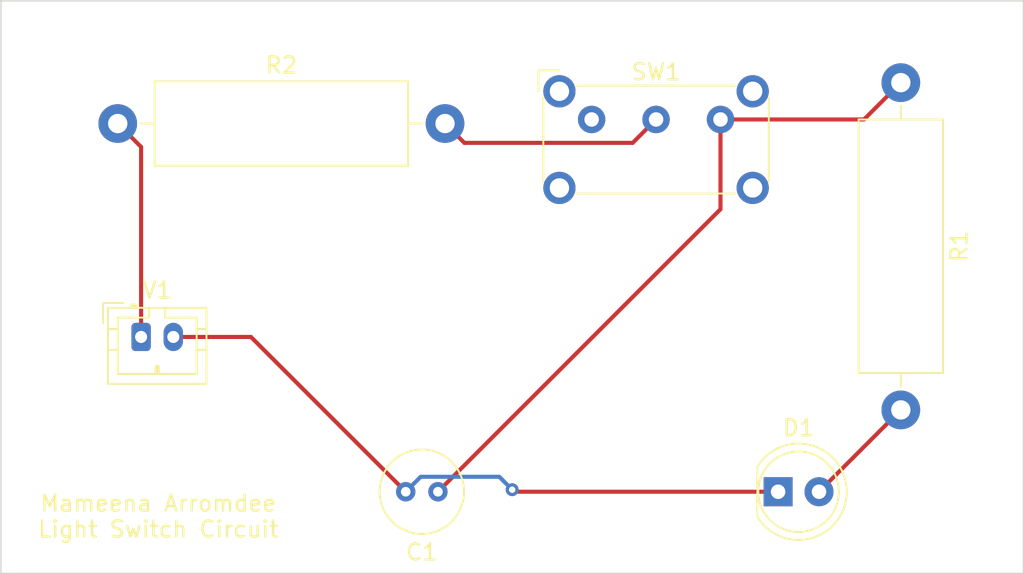
<source format=kicad_pcb>
(kicad_pcb (version 20211014) (generator pcbnew)
  (layers (0 "F.Cu" signal) (31 "B.Cu" signal) (34 "B.Paste" user) (35 "F.Paste" user) (36 "B.SilkS" user "B.Silkscreen") (37 "F.SilkS" user "F.Silkscreen") (38 "B.Mask" user) (39 "F.Mask" user) (44 "Edge.Cuts" user))
  (net 0 "")
  (net 1 "Net-(C1-Pad1)")
  (net 2 "Net-(C1-Pad2)")
  (net 3 "Net-(D1-Pad2)")
  (net 4 "Net-(R2-Pad1)")
  (net 5 "Net-(R2-Pad2)")
  (footprint "Capacitor_THT:C_Radial_D5.0mm_H5.0mm_P2.00mm" (layer "F.Cu") (at 128.74 101.6 180)
    (fp_text reference "C1" (at 1 -3.75) (layer "F.SilkS"))
    (fp_text value "4.7 µF")
    (fp_circle (center 1 0) (end 3.62 0) (layer "F.SilkS") (width 0.12) (fill none))
    (pad "1" thru_hole circle (at 0 0 180) (size 1.2 1.2) (drill 0.6) (layers *.Cu *.Mask) (net 1 "Net-(C1-Pad1)"))
    (pad "2" thru_hole circle (at 2 0 180) (size 1.2 1.2) (drill 0.6) (layers *.Cu *.Mask) (net 2 "Net-(C1-Pad2)"))
  )
  (footprint "LED_THT:LED_D5.0mm" (layer "F.Cu") (at 149.86 101.6)
    (fp_text reference "D1" (at 1.27 -3.96) (layer "F.SilkS"))
    (fp_text value "LED")
    (fp_line (start -1.29 -1.545) (end -1.29 1.545) (layer "F.SilkS") (width 0.12))
    (fp_arc (start -1.29 -1.54483) (mid 2.072002 -2.880433) (end 4.26 0.000462) (layer "F.SilkS") (width 0.12))
    (fp_arc (start 4.26 -0.000462) (mid 2.072002 2.880433) (end -1.29 1.54483) (layer "F.SilkS") (width 0.12))
    (fp_circle (center 1.27 0) (end 3.77 0) (layer "F.SilkS") (width 0.12) (fill none))
    (pad "1" thru_hole rect (at 0 0) (size 1.8 1.8) (drill 0.9) (layers *.Cu *.Mask) (net 2 "Net-(C1-Pad2)"))
    (pad "2" thru_hole circle (at 2.54 0) (size 1.8 1.8) (drill 0.9) (layers *.Cu *.Mask) (net 3 "Net-(D1-Pad2)"))
  )
  (footprint "Resistor_THT:R_Axial_DIN0516_L15.5mm_D5.0mm_P20.32mm_Horizontal" (layer "F.Cu") (at 108.86 78.74)
    (fp_text reference "R2" (at 10.16 -3.62) (layer "F.SilkS"))
    (fp_text value "2.2 kΩ")
    (fp_line (start 1.44 0) (end 2.29 0) (layer "F.SilkS") (width 0.12))
    (fp_line (start 2.29 -2.62) (end 2.29 2.62) (layer "F.SilkS") (width 0.12))
    (fp_line (start 18.88 0) (end 18.03 0) (layer "F.SilkS") (width 0.12))
    (fp_line (start 18.03 2.62) (end 18.03 -2.62) (layer "F.SilkS") (width 0.12))
    (fp_line (start 2.29 2.62) (end 18.03 2.62) (layer "F.SilkS") (width 0.12))
    (fp_line (start 18.03 -2.62) (end 2.29 -2.62) (layer "F.SilkS") (width 0.12))
    (pad "1" thru_hole circle (at 0 0) (size 2.4 2.4) (drill 1.2) (layers *.Cu *.Mask) (net 4 "Net-(R2-Pad1)"))
    (pad "2" thru_hole oval (at 20.32 0) (size 2.4 2.4) (drill 1.2) (layers *.Cu *.Mask) (net 5 "Net-(R2-Pad2)"))
  )
  (footprint "Button_Switch_THT:SW_E-Switch_EG1224_SPDT_Angled" (layer "F.Cu") (at 138.2825 78.4875)
    (fp_text reference "SW1" (at 4 -2.95) (layer "F.SilkS"))
    (fp_text value "SW_SPDT")
    (fp_line (start 11 -1.35) (end 11 3.85) (layer "F.SilkS") (width 0.12))
    (fp_line (start 8.95 4.6) (end -0.95 4.6) (layer "F.SilkS") (width 0.12))
    (fp_line (start -3.3 -1.75) (end -3.3 -3.05) (layer "F.SilkS") (width 0.12))
    (fp_line (start -3.3 -3.05) (end -2 -3.05) (layer "F.SilkS") (width 0.12))
    (fp_line (start -0.95 -2.1) (end 8.95 -2.1) (layer "F.SilkS") (width 0.12))
    (fp_line (start -3 3.85) (end -3 -1.35) (layer "F.SilkS") (width 0.12))
    (pad "" thru_hole circle (at 10 4.25) (size 2 2) (drill 1.2) (layers *.Cu *.Mask))
    (pad "" thru_hole circle (at 10 -1.75) (size 2 2) (drill 1.2) (layers *.Cu *.Mask))
    (pad "" thru_hole circle (at -2 4.25) (size 2 2) (drill 1.2) (layers *.Cu *.Mask))
    (pad "" thru_hole circle (at -2 -1.75) (size 2 2) (drill 1.2) (layers *.Cu *.Mask))
    (pad "1" thru_hole circle (at 0 0) (size 1.7 1.7) (drill 0.9) (layers *.Cu *.Mask))
    (pad "2" thru_hole circle (at 4 0) (size 1.7 1.7) (drill 0.9) (layers *.Cu *.Mask) (net 5 "Net-(R2-Pad2)"))
    (pad "3" thru_hole circle (at 8 0) (size 1.7 1.7) (drill 0.9) (layers *.Cu *.Mask) (net 1 "Net-(C1-Pad1)"))
  )
  (footprint "Resistor_THT:R_Axial_DIN0516_L15.5mm_D5.0mm_P20.32mm_Horizontal" (layer "F.Cu") (at 157.48 76.2 -90)
    (fp_text reference "R1" (at 10.16 -3.62 90) (layer "F.SilkS"))
    (fp_text value "20 kΩ")
    (fp_line (start 2.29 -2.62) (end 2.29 2.62) (layer "F.SilkS") (width 0.12))
    (fp_line (start 18.88 0) (end 18.03 0) (layer "F.SilkS") (width 0.12))
    (fp_line (start 1.44 0) (end 2.29 0) (layer "F.SilkS") (width 0.12))
    (fp_line (start 18.03 -2.62) (end 2.29 -2.62) (layer "F.SilkS") (width 0.12))
    (fp_line (start 2.29 2.62) (end 18.03 2.62) (layer "F.SilkS") (width 0.12))
    (fp_line (start 18.03 2.62) (end 18.03 -2.62) (layer "F.SilkS") (width 0.12))
    (pad "1" thru_hole circle (at 0 0 270) (size 2.4 2.4) (drill 1.2) (layers *.Cu *.Mask) (net 1 "Net-(C1-Pad1)"))
    (pad "2" thru_hole oval (at 20.32 0 270) (size 2.4 2.4) (drill 1.2) (layers *.Cu *.Mask) (net 3 "Net-(D1-Pad2)"))
  )
  (footprint "Connector_JST:JST_PH_B2B-PH-K_1x02_P2.00mm_Vertical" (layer "F.Cu") (at 110.31 91.99)
    (fp_text reference "V1" (at 1 -2.9) (layer "F.SilkS"))
    (fp_text value "Conn_01x02_Male")
    (fp_line (start 1.5 -1.2) (end 1.5 -1.81) (layer "F.SilkS") (width 0.12))
    (fp_line (start 3.45 -1.2) (end 1.5 -1.2) (layer "F.SilkS") (width 0.12))
    (fp_line (start -2.06 2.91) (end 4.06 2.91) (layer "F.SilkS") (width 0.12))
    (fp_line (start -2.06 0.8) (end -1.45 0.8) (layer "F.SilkS") (width 0.12))
    (fp_line (start 0.9 2.3) (end 0.9 1.8) (layer "F.SilkS") (width 0.12))
    (fp_line (start 4.06 0.8) (end 3.45 0.8) (layer "F.SilkS") (width 0.12))
    (fp_line (start 0.5 -1.2) (end -1.45 -1.2) (layer "F.SilkS") (width 0.12))
    (fp_line (start 4.06 -0.5) (end 3.45 -0.5) (layer "F.SilkS") (width 0.12))
    (fp_line (start 1 2.3) (end 1 1.8) (layer "F.SilkS") (width 0.12))
    (fp_line (start -0.3 -1.91) (end -0.6 -1.91) (layer "F.SilkS") (width 0.12))
    (fp_line (start 0.5 -1.81) (end 0.5 -1.2) (layer "F.SilkS") (width 0.12))
    (fp_line (start -2.06 -1.81) (end -2.06 2.91) (layer "F.SilkS") (width 0.12))
    (fp_line (start 4.06 2.91) (end 4.06 -1.81) (layer "F.SilkS") (width 0.12))
    (fp_line (start -2.36 -2.11) (end -2.36 -0.86) (layer "F.SilkS") (width 0.12))
    (fp_line (start -0.3 -2.01) (end -0.6 -2.01) (layer "F.SilkS") (width 0.12))
    (fp_line (start 1.1 1.8) (end 1.1 2.3) (layer "F.SilkS") (width 0.12))
    (fp_line (start -1.11 -2.11) (end -2.36 -2.11) (layer "F.SilkS") (width 0.12))
    (fp_line (start -2.06 -0.5) (end -1.45 -0.5) (layer "F.SilkS") (width 0.12))
    (fp_line (start 3.45 2.3) (end 3.45 -1.2) (layer "F.SilkS") (width 0.12))
    (fp_line (start -0.3 -1.81) (end -0.3 -2.01) (layer "F.SilkS") (width 0.12))
    (fp_line (start -0.6 -2.01) (end -0.6 -1.81) (layer "F.SilkS") (width 0.12))
    (fp_line (start -1.45 -1.2) (end -1.45 2.3) (layer "F.SilkS") (width 0.12))
    (fp_line (start 0.9 1.8) (end 1.1 1.8) (layer "F.SilkS") (width 0.12))
    (fp_line (start 4.06 -1.81) (end -2.06 -1.81) (layer "F.SilkS") (width 0.12))
    (fp_line (start -1.45 2.3) (end 3.45 2.3) (layer "F.SilkS") (width 0.12))
    (pad "1" thru_hole roundrect (at 0 0) (size 1.2 1.75) (drill 0.75) (layers *.Cu *.Mask) (roundrect_rratio 0.208333) (net 4 "Net-(R2-Pad1)"))
    (pad "2" thru_hole oval (at 2 0) (size 1.2 1.75) (drill 0.75) (layers *.Cu *.Mask) (net 2 "Net-(C1-Pad2)"))
  )
  (gr_rect (start 101.6 71.12) (end 165.1 106.68) (layer "Edge.Cuts") (width 0.1) (fill none))
  (gr_text "Mameena Arromdee\nLight Switch Circuit" (at 111.379 103.124) (layer "F.SilkS") (effects (font (size 1 1))))
  (segment (start 146.2825 78.4875) (end 155.1925 78.4875) (width 0.254) (layer "F.Cu") (net 1))
  (segment (start 155.1925 78.4875) (end 157.48 76.2) (width 0.254) (layer "F.Cu") (net 1))
  (segment (start 146.2825 84.0575) (end 128.74 101.6) (width 0.254) (layer "F.Cu") (net 1))
  (segment (start 146.2825 78.4875) (end 146.2825 84.0575) (width 0.254) (layer "F.Cu") (net 1))
  (segment (start 133.4135 101.5365) (end 133.35 101.473) (width 0.254) (layer "F.Cu") (net 2))
  (segment (start 133.4135 101.5365) (end 133.477 101.6) (width 0.254) (layer "F.Cu") (net 2))
  (segment (start 112.31 91.99) (end 117.13 91.99) (width 0.254) (layer "F.Cu") (net 2))
  (segment (start 133.477 101.6) (end 149.86 101.6) (width 0.254) (layer "F.Cu") (net 2))
  (segment (start 117.13 91.99) (end 126.74 101.6) (width 0.254) (layer "F.Cu") (net 2))
  (via (at 133.35 101.473) (size 0.8) (drill 0.4) (layers "F.Cu" "B.Cu") (net 2))
  (segment (start 132.55 100.673) (end 133.4135 101.5365) (width 0.254) (layer "B.Cu") (net 2))
  (segment (start 132.55 100.673) (end 127.667 100.673) (width 0.254) (layer "B.Cu") (net 2))
  (segment (start 127.667 100.673) (end 126.74 101.6) (width 0.254) (layer "B.Cu") (net 2))
  (segment (start 157.48 96.52) (end 152.4 101.6) (width 0.254) (layer "F.Cu") (net 3))
  (segment (start 110.31 80.19) (end 108.86 78.74) (width 0.254) (layer "F.Cu") (net 4))
  (segment (start 110.31 91.99) (end 110.31 80.19) (width 0.254) (layer "F.Cu") (net 4))
  (segment (start 130.38 79.94) (end 140.83 79.94) (width 0.254) (layer "F.Cu") (net 5))
  (segment (start 140.83 79.94) (end 142.2825 78.4875) (width 0.254) (layer "F.Cu") (net 5))
  (segment (start 129.18 78.74) (end 130.38 79.94) (width 0.254) (layer "F.Cu") (net 5))
)
</source>
